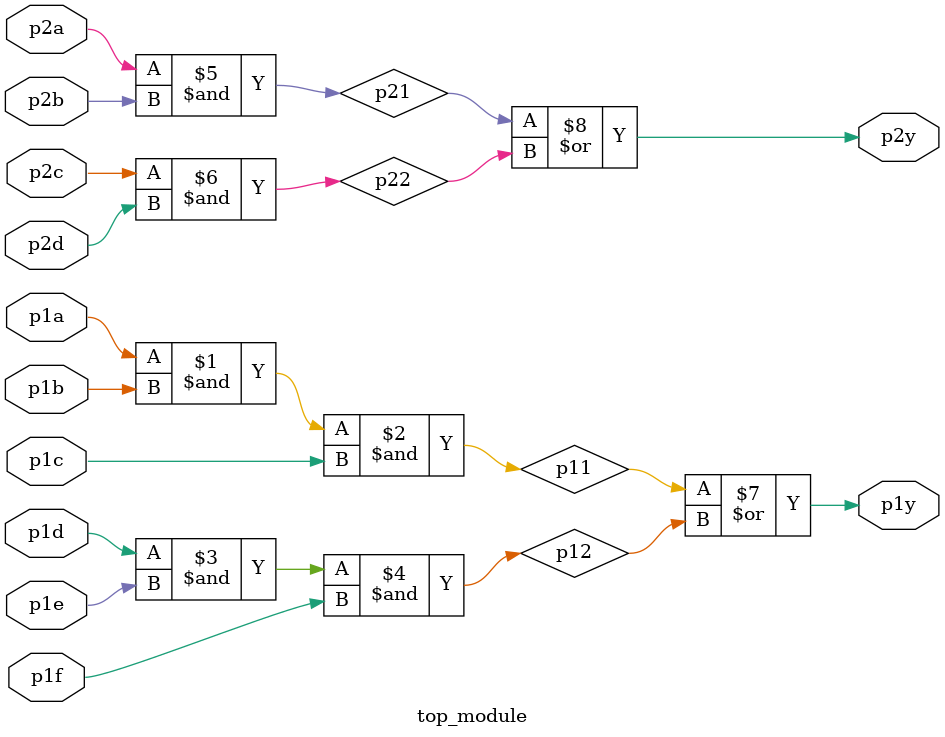
<source format=v>
module top_module ( 
    input p1a, p1b, p1c, p1d, p1e, p1f,
    output p1y,
    input p2a, p2b, p2c, p2d,
    output p2y );

    wire p11, p12, p21, p22;
    
    assign p11 = p1a & p1b & p1c;
    assign p12 = p1d & p1e & p1f;
    
    assign p21 = p2a & p2b;
    assign p22 = p2c & p2d;
    
    assign p1y = p11|p12;
    assign p2y = p21|p22;

endmodule

</source>
